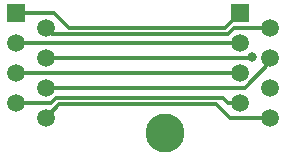
<source format=gbr>
%TF.GenerationSoftware,KiCad,Pcbnew,(5.1.7)-1*%
%TF.CreationDate,2020-11-07T09:06:04-05:00*%
%TF.ProjectId,Rec_Converter,5265635f-436f-46e7-9665-727465722e6b,v1*%
%TF.SameCoordinates,Original*%
%TF.FileFunction,Copper,L2,Bot*%
%TF.FilePolarity,Positive*%
%FSLAX46Y46*%
G04 Gerber Fmt 4.6, Leading zero omitted, Abs format (unit mm)*
G04 Created by KiCad (PCBNEW (5.1.7)-1) date 2020-11-07 09:06:04*
%MOMM*%
%LPD*%
G01*
G04 APERTURE LIST*
%TA.AperFunction,ComponentPad*%
%ADD10C,1.500000*%
%TD*%
%TA.AperFunction,ComponentPad*%
%ADD11R,1.500000X1.500000*%
%TD*%
%TA.AperFunction,WasherPad*%
%ADD12C,3.300000*%
%TD*%
%TA.AperFunction,ViaPad*%
%ADD13C,0.800000*%
%TD*%
%TA.AperFunction,Conductor*%
%ADD14C,0.350000*%
%TD*%
G04 APERTURE END LIST*
D10*
%TO.P,J1,8*%
%TO.N,Net-(J1-Pad8)*%
X150040000Y-114640000D03*
%TO.P,J1,7*%
%TO.N,Net-(J1-Pad7)*%
X147500000Y-113370000D03*
%TO.P,J1,6*%
%TO.N,Net-(J1-Pad6)*%
X150040000Y-112100000D03*
%TO.P,J1,5*%
%TO.N,Net-(J1-Pad5)*%
X147500000Y-110830000D03*
%TO.P,J1,4*%
%TO.N,Net-(J1-Pad4)*%
X150040000Y-109560000D03*
%TO.P,J1,3*%
%TO.N,Net-(J1-Pad3)*%
X147500000Y-108290000D03*
%TO.P,J1,2*%
%TO.N,Net-(J1-Pad2)*%
X150040000Y-107020000D03*
D11*
%TO.P,J1,1*%
%TO.N,Net-(J1-Pad1)*%
X147500000Y-105750000D03*
%TD*%
D10*
%TO.P,J2,8*%
%TO.N,Net-(J1-Pad8)*%
X169040000Y-114640000D03*
%TO.P,J2,7*%
%TO.N,Net-(J1-Pad7)*%
X166500000Y-113370000D03*
%TO.P,J2,6*%
%TO.N,Net-(J1-Pad4)*%
X169040000Y-112100000D03*
%TO.P,J2,5*%
%TO.N,Net-(J1-Pad5)*%
X166500000Y-110830000D03*
%TO.P,J2,4*%
%TO.N,Net-(J1-Pad6)*%
X169040000Y-109560000D03*
%TO.P,J2,3*%
%TO.N,Net-(J1-Pad3)*%
X166500000Y-108290000D03*
%TO.P,J2,2*%
%TO.N,Net-(J1-Pad2)*%
X169040000Y-107020000D03*
D11*
%TO.P,J2,1*%
%TO.N,Net-(J1-Pad1)*%
X166500000Y-105750000D03*
D12*
%TO.P,J2,*%
%TO.N,*%
X160150000Y-115910000D03*
%TD*%
D13*
%TO.N,Net-(J1-Pad4)*%
X167500000Y-109500000D03*
%TD*%
D14*
%TO.N,Net-(J1-Pad8)*%
X165640000Y-114640000D02*
X169040000Y-114640000D01*
X164500000Y-113500000D02*
X165640000Y-114640000D01*
X151180000Y-113500000D02*
X164500000Y-113500000D01*
X150040000Y-114640000D02*
X151180000Y-113500000D01*
%TO.N,Net-(J1-Pad7)*%
X150952178Y-112949989D02*
X165019329Y-112949989D01*
X147500000Y-113370000D02*
X150532168Y-113370000D01*
X165439340Y-113370000D02*
X166500000Y-113370000D01*
X150532168Y-113370000D02*
X150952178Y-112949989D01*
X165019329Y-112949989D02*
X165439340Y-113370000D01*
%TO.N,Net-(J1-Pad6)*%
X169040000Y-109955002D02*
X169040000Y-109560000D01*
X166895002Y-112100000D02*
X169040000Y-109955002D01*
X150040000Y-112100000D02*
X166895002Y-112100000D01*
%TO.N,Net-(J1-Pad5)*%
X166500000Y-110830000D02*
X147500000Y-110830000D01*
%TO.N,Net-(J1-Pad4)*%
X167440000Y-109560000D02*
X167500000Y-109500000D01*
X150040000Y-109560000D02*
X167440000Y-109560000D01*
%TO.N,Net-(J1-Pad3)*%
X166500000Y-108290000D02*
X147500000Y-108290000D01*
%TO.N,Net-(J1-Pad2)*%
X169040000Y-107020000D02*
X166007833Y-107020000D01*
X165477822Y-107550011D02*
X150570011Y-107550011D01*
X166007833Y-107020000D02*
X165477822Y-107550011D01*
X150570011Y-107550011D02*
X150040000Y-107020000D01*
%TO.N,Net-(J1-Pad1)*%
X165250000Y-107000000D02*
X166500000Y-105750000D01*
X151998499Y-107000000D02*
X165250000Y-107000000D01*
X150748499Y-105750000D02*
X151998499Y-107000000D01*
X147500000Y-105750000D02*
X150748499Y-105750000D01*
%TD*%
M02*

</source>
